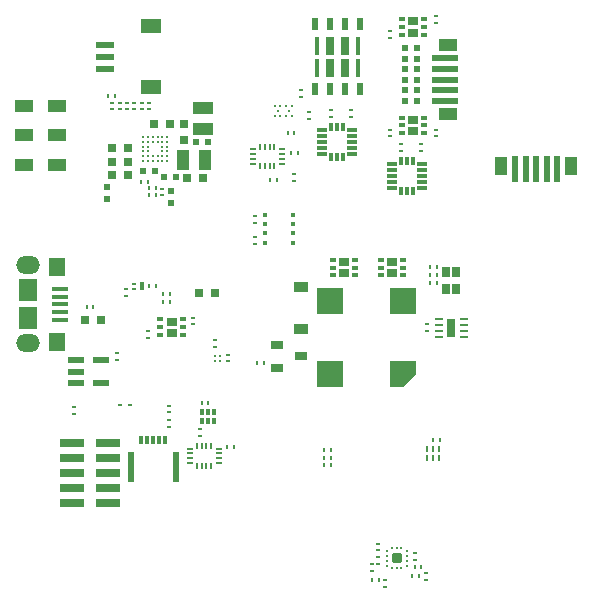
<source format=gbp>
G04*
G04 #@! TF.GenerationSoftware,Altium Limited,Altium Designer,23.1.1 (15)*
G04*
G04 Layer_Color=128*
%FSLAX25Y25*%
%MOIN*%
G70*
G04*
G04 #@! TF.SameCoordinates,57D325FE-50AA-4423-B3C5-F19BAF70027F*
G04*
G04*
G04 #@! TF.FilePolarity,Positive*
G04*
G01*
G75*
G04:AMPARAMS|DCode=23|XSize=33.47mil|YSize=33.47mil|CornerRadius=4.18mil|HoleSize=0mil|Usage=FLASHONLY|Rotation=180.000|XOffset=0mil|YOffset=0mil|HoleType=Round|Shape=RoundedRectangle|*
%AMROUNDEDRECTD23*
21,1,0.03347,0.02510,0,0,180.0*
21,1,0.02510,0.03347,0,0,180.0*
1,1,0.00837,-0.01255,0.01255*
1,1,0.00837,0.01255,0.01255*
1,1,0.00837,0.01255,-0.01255*
1,1,0.00837,-0.01255,-0.01255*
%
%ADD23ROUNDEDRECTD23*%
%ADD24O,0.00984X0.00906*%
%ADD25O,0.00906X0.00984*%
%ADD29R,0.01181X0.01063*%
%ADD31R,0.01063X0.01181*%
%ADD32R,0.02362X0.01968*%
%ADD34R,0.02953X0.03150*%
%ADD36R,0.03150X0.02953*%
%ADD158C,0.00984*%
%ADD166R,0.08661X0.08661*%
%ADD167R,0.01417X0.00984*%
%ADD168R,0.04800X0.03600*%
%ADD169R,0.06102X0.02362*%
%ADD170R,0.01181X0.03150*%
%ADD171R,0.05315X0.01575*%
%ADD172R,0.05512X0.06299*%
%ADD173R,0.06102X0.07480*%
%ADD174R,0.03937X0.07087*%
%ADD175R,0.07087X0.03937*%
%ADD176R,0.02559X0.03347*%
%ADD177R,0.06221X0.04173*%
%ADD178R,0.08583X0.02362*%
%ADD179R,0.04173X0.06221*%
%ADD180R,0.02362X0.08583*%
%ADD181R,0.07992X0.02992*%
%ADD182R,0.02165X0.01654*%
%ADD183R,0.03622X0.02795*%
%ADD184R,0.04000X0.03000*%
%ADD185R,0.01575X0.00984*%
%ADD186R,0.01575X0.02756*%
%ADD187R,0.02362X0.02165*%
%ADD188R,0.02165X0.02362*%
%ADD189R,0.06299X0.03937*%
%ADD191R,0.00984X0.02067*%
%ADD192R,0.03642X0.01181*%
%ADD193R,0.01575X0.01575*%
%ADD194R,0.02559X0.00984*%
%ADD195R,0.02953X0.05906*%
%ADD196C,0.00827*%
%ADD199R,0.05709X0.02165*%
%ADD200R,0.05709X0.02165*%
%ADD201R,0.01181X0.02047*%
%ADD202R,0.01181X0.01929*%
%ADD203R,0.01968X0.04331*%
%ADD204C,0.00925*%
%ADD205R,0.02362X0.10236*%
%ADD206R,0.07087X0.04724*%
%ADD207R,0.02756X0.05906*%
%ADD208R,0.01378X0.05906*%
%ADD263O,0.07874X0.05906*%
%ADD264O,0.00709X0.02402*%
%ADD265O,0.02402X0.00709*%
G36*
X135039Y76378D02*
X130709Y72047D01*
X126378D01*
Y80709D01*
X135039D01*
Y76378D01*
D02*
G37*
G36*
Y96457D02*
X126378D01*
Y105118D01*
X135039D01*
Y96457D01*
D02*
G37*
D23*
X128626Y14887D02*
D03*
D24*
X127051Y11561D02*
D03*
X128626D02*
D03*
X130201D02*
D03*
Y18214D02*
D03*
X128626D02*
D03*
X127051D02*
D03*
D25*
X131953Y12230D02*
D03*
Y14002D02*
D03*
Y15774D02*
D03*
Y17545D02*
D03*
X125300Y12230D02*
D03*
X125300Y14002D02*
D03*
X125300Y15774D02*
D03*
Y17545D02*
D03*
D29*
X35500Y81075D02*
D03*
Y83319D02*
D03*
X122426Y15409D02*
D03*
Y13165D02*
D03*
Y19809D02*
D03*
X130100Y152922D02*
D03*
Y150678D02*
D03*
X136600Y152922D02*
D03*
Y150678D02*
D03*
X106800Y164422D02*
D03*
Y162178D02*
D03*
X113300Y164422D02*
D03*
Y162178D02*
D03*
X81496Y129075D02*
D03*
X81496Y126831D02*
D03*
Y121988D02*
D03*
X81496Y119744D02*
D03*
X138800Y93022D02*
D03*
Y90778D02*
D03*
X52700Y61122D02*
D03*
Y58878D02*
D03*
Y65822D02*
D03*
Y63578D02*
D03*
X96600Y171022D02*
D03*
Y168778D02*
D03*
X120326Y10866D02*
D03*
Y13110D02*
D03*
X138239Y7666D02*
D03*
X138239Y9910D02*
D03*
X124826Y5366D02*
D03*
X124826Y7610D02*
D03*
X134626Y14365D02*
D03*
Y16609D02*
D03*
X50513Y135940D02*
D03*
Y138184D02*
D03*
X33700Y166822D02*
D03*
Y164578D02*
D03*
X41213Y166806D02*
D03*
Y164562D02*
D03*
X43613Y164562D02*
D03*
Y166806D02*
D03*
X46013Y166806D02*
D03*
Y164562D02*
D03*
X38813Y164562D02*
D03*
Y166806D02*
D03*
X36413Y164562D02*
D03*
Y166806D02*
D03*
X99400Y163734D02*
D03*
X21100Y65322D02*
D03*
Y63078D02*
D03*
X63100Y55678D02*
D03*
Y57922D02*
D03*
X141779Y195731D02*
D03*
Y193487D02*
D03*
X126300Y188378D02*
D03*
Y190622D02*
D03*
X141779Y155619D02*
D03*
Y157863D02*
D03*
X126339Y155619D02*
D03*
Y157863D02*
D03*
X60820Y95181D02*
D03*
Y92937D02*
D03*
X45880Y90563D02*
D03*
Y88319D02*
D03*
X38400Y104722D02*
D03*
Y102478D02*
D03*
X68012Y87736D02*
D03*
Y85492D02*
D03*
X94468Y140847D02*
D03*
X99400Y161491D02*
D03*
X94468Y143090D02*
D03*
X72244Y82815D02*
D03*
X122426Y17565D02*
D03*
X72244Y80571D02*
D03*
D31*
X143001Y54297D02*
D03*
X140757Y54297D02*
D03*
X122648Y7587D02*
D03*
X120404D02*
D03*
X133817Y9003D02*
D03*
X136061D02*
D03*
X136848Y12187D02*
D03*
X134604D02*
D03*
X95622Y150100D02*
D03*
X93378D02*
D03*
X25278Y98600D02*
D03*
X27522D02*
D03*
X92278Y156600D02*
D03*
X94522D02*
D03*
X72078Y52200D02*
D03*
X74322D02*
D03*
X65822Y66600D02*
D03*
X63578D02*
D03*
X104378Y46000D02*
D03*
X106622D02*
D03*
X104378Y48500D02*
D03*
X106622D02*
D03*
X104378Y51000D02*
D03*
X106622D02*
D03*
X139678Y111988D02*
D03*
X141922D02*
D03*
X139678Y109288D02*
D03*
X141922D02*
D03*
X139678Y106588D02*
D03*
X141922D02*
D03*
X84222Y80100D02*
D03*
X81978D02*
D03*
X50878Y103000D02*
D03*
X53122Y103000D02*
D03*
X50878Y100500D02*
D03*
X53122D02*
D03*
X32478Y169000D02*
D03*
X34722D02*
D03*
X45991Y138362D02*
D03*
X48235D02*
D03*
X45991Y135962D02*
D03*
X48235D02*
D03*
X43378Y140500D02*
D03*
X45622D02*
D03*
X48422Y105700D02*
D03*
X46178D02*
D03*
X88622Y141100D02*
D03*
X86378D02*
D03*
D32*
X55120Y142148D02*
D03*
X51183D02*
D03*
X48034Y144098D02*
D03*
X44097D02*
D03*
D34*
X24643Y94400D02*
D03*
X29957D02*
D03*
X62843Y103500D02*
D03*
X68158D02*
D03*
X58664Y141558D02*
D03*
X63979D02*
D03*
X53070Y159862D02*
D03*
X47755D02*
D03*
X33855Y151662D02*
D03*
X39170D02*
D03*
X33855Y147162D02*
D03*
X39170D02*
D03*
X33855Y142662D02*
D03*
X39170D02*
D03*
D36*
X57713Y159620D02*
D03*
Y154305D02*
D03*
D158*
X87906Y162266D02*
D03*
X89874D02*
D03*
X91843D02*
D03*
X93811D02*
D03*
X88890Y163979D02*
D03*
X92827D02*
D03*
X87906Y165691D02*
D03*
X89874D02*
D03*
X91843D02*
D03*
X93811D02*
D03*
D166*
X106299Y76378D02*
D03*
X106299Y100787D02*
D03*
D167*
X39753Y65900D02*
D03*
X36446D02*
D03*
D168*
X96850Y91425D02*
D03*
Y105425D02*
D03*
D169*
X31496Y186055D02*
D03*
Y182118D02*
D03*
Y178181D02*
D03*
D170*
X49449Y54331D02*
D03*
X45512D02*
D03*
X134069Y137280D02*
D03*
X132100D02*
D03*
X130131D02*
D03*
Y147320D02*
D03*
X134069D02*
D03*
X110768Y148780D02*
D03*
X108800D02*
D03*
X106832D02*
D03*
Y158820D02*
D03*
X110768D02*
D03*
X43543Y54331D02*
D03*
X51417D02*
D03*
X47480D02*
D03*
X132100Y147320D02*
D03*
X108800Y158820D02*
D03*
D171*
X16240Y94488D02*
D03*
Y97047D02*
D03*
Y99606D02*
D03*
Y104724D02*
D03*
Y102165D02*
D03*
D172*
X15354Y87008D02*
D03*
Y112205D02*
D03*
D173*
X5709Y104331D02*
D03*
Y94882D02*
D03*
D174*
X57497Y147777D02*
D03*
X64583D02*
D03*
D175*
X64013Y157928D02*
D03*
Y165015D02*
D03*
D176*
X148524Y110335D02*
D03*
X145177D02*
D03*
Y104626D02*
D03*
X148524D02*
D03*
D177*
X145834Y186134D02*
D03*
Y162906D02*
D03*
D178*
X144653Y181606D02*
D03*
Y178063D02*
D03*
Y174520D02*
D03*
Y170976D02*
D03*
Y167433D02*
D03*
D179*
X186713Y145866D02*
D03*
X163484D02*
D03*
D180*
X168012Y144685D02*
D03*
X171555D02*
D03*
X175098D02*
D03*
X178642D02*
D03*
X182185D02*
D03*
D181*
X20374Y33228D02*
D03*
X32382D02*
D03*
X20374Y38228D02*
D03*
X32382D02*
D03*
X20374Y43228D02*
D03*
Y53228D02*
D03*
X32382D02*
D03*
Y48228D02*
D03*
Y43228D02*
D03*
X20374Y48228D02*
D03*
D182*
X130339Y189491D02*
D03*
Y192050D02*
D03*
Y194609D02*
D03*
X137779D02*
D03*
Y192050D02*
D03*
Y189491D02*
D03*
X130339Y156741D02*
D03*
Y159300D02*
D03*
Y161859D02*
D03*
X137779D02*
D03*
Y159300D02*
D03*
Y156741D02*
D03*
X57320Y94559D02*
D03*
Y92000D02*
D03*
Y89441D02*
D03*
X49880D02*
D03*
Y92000D02*
D03*
Y94559D02*
D03*
X130787Y114370D02*
D03*
Y111811D02*
D03*
Y109252D02*
D03*
X123346D02*
D03*
Y111811D02*
D03*
Y114370D02*
D03*
X114842D02*
D03*
Y111811D02*
D03*
Y109252D02*
D03*
X107402D02*
D03*
Y111811D02*
D03*
Y114370D02*
D03*
D183*
X134059Y193921D02*
D03*
Y190180D02*
D03*
Y161170D02*
D03*
Y157430D02*
D03*
X53600Y90130D02*
D03*
Y93870D02*
D03*
X127067Y109941D02*
D03*
Y113681D02*
D03*
X111122Y109941D02*
D03*
Y113681D02*
D03*
D184*
X88600Y78500D02*
D03*
Y85980D02*
D03*
X96868Y82240D02*
D03*
D185*
X41022Y104714D02*
D03*
Y106486D02*
D03*
D186*
X43778Y105600D02*
D03*
D187*
X131532Y174500D02*
D03*
X135469D02*
D03*
X131532Y181500D02*
D03*
X135469D02*
D03*
X131532Y171000D02*
D03*
X135469D02*
D03*
X131532Y178000D02*
D03*
X135469D02*
D03*
X131532Y185000D02*
D03*
X135469D02*
D03*
X131532Y167500D02*
D03*
X135469D02*
D03*
X61831Y153800D02*
D03*
X65768D02*
D03*
D188*
X32100Y134632D02*
D03*
Y138568D02*
D03*
X53400Y137469D02*
D03*
Y133531D02*
D03*
D189*
X4232Y155984D02*
D03*
Y165827D02*
D03*
X15256Y146142D02*
D03*
Y155984D02*
D03*
Y165827D02*
D03*
X4232Y146142D02*
D03*
D191*
X142747Y48527D02*
D03*
X140779D02*
D03*
X138810D02*
D03*
X138810Y51381D02*
D03*
X140779D02*
D03*
X142747D02*
D03*
D192*
X137169Y146237D02*
D03*
Y140331D02*
D03*
X127031Y138363D02*
D03*
Y142300D02*
D03*
Y144269D02*
D03*
Y146237D02*
D03*
X113869Y157737D02*
D03*
Y151831D02*
D03*
X103731Y149863D02*
D03*
Y153800D02*
D03*
Y155769D02*
D03*
Y157737D02*
D03*
X137169Y144269D02*
D03*
Y142300D02*
D03*
Y138363D02*
D03*
X127031Y140331D02*
D03*
X103731Y151831D02*
D03*
X113869Y149863D02*
D03*
Y153800D02*
D03*
Y155769D02*
D03*
D193*
X94095Y120079D02*
D03*
Y123228D02*
D03*
Y126378D02*
D03*
Y129528D02*
D03*
X84646D02*
D03*
Y126378D02*
D03*
Y123228D02*
D03*
Y120079D02*
D03*
D194*
X142618Y88779D02*
D03*
Y90748D02*
D03*
Y92716D02*
D03*
Y94685D02*
D03*
X151083D02*
D03*
Y92716D02*
D03*
Y90748D02*
D03*
Y88779D02*
D03*
D195*
X146850Y91732D02*
D03*
D196*
X52050Y155299D02*
D03*
X50475D02*
D03*
X48900D02*
D03*
X47325D02*
D03*
X45750D02*
D03*
X44176D02*
D03*
X52050Y153724D02*
D03*
X50475D02*
D03*
X48900D02*
D03*
X47325D02*
D03*
X45750D02*
D03*
X44176D02*
D03*
X52050Y152150D02*
D03*
X50475D02*
D03*
X45750D02*
D03*
X44176D02*
D03*
X52050Y150575D02*
D03*
X50475D02*
D03*
X45750D02*
D03*
X44176D02*
D03*
X52050Y149000D02*
D03*
X50475D02*
D03*
X48900D02*
D03*
X47325D02*
D03*
X45750D02*
D03*
X44176D02*
D03*
X52050Y147425D02*
D03*
X50475D02*
D03*
X48900D02*
D03*
X47325D02*
D03*
X45750D02*
D03*
X44176D02*
D03*
D199*
X21668Y73460D02*
D03*
D200*
X21668Y77200D02*
D03*
Y80940D02*
D03*
X30132D02*
D03*
Y73460D02*
D03*
D201*
X63832Y63796D02*
D03*
D202*
X65800Y63776D02*
D03*
X67769D02*
D03*
Y60824D02*
D03*
X65800D02*
D03*
X63832D02*
D03*
D203*
X101299Y192927D02*
D03*
X111299D02*
D03*
Y171273D02*
D03*
X106299D02*
D03*
X101299D02*
D03*
X106299Y192927D02*
D03*
X116299D02*
D03*
Y171273D02*
D03*
D204*
X68110Y80709D02*
D03*
Y82284D02*
D03*
X69685D02*
D03*
Y80709D02*
D03*
D205*
X54961Y45276D02*
D03*
X40000D02*
D03*
D206*
X46752Y171882D02*
D03*
Y192354D02*
D03*
D207*
X111299Y185840D02*
D03*
Y178359D02*
D03*
X106299Y185840D02*
D03*
Y178359D02*
D03*
D208*
X101988Y185840D02*
D03*
Y178359D02*
D03*
X115610D02*
D03*
Y185840D02*
D03*
D263*
X5709Y86614D02*
D03*
Y112598D02*
D03*
D264*
X66762Y45852D02*
D03*
X65187D02*
D03*
X63613D02*
D03*
X62038D02*
D03*
X63613Y52348D02*
D03*
X65187D02*
D03*
X66762D02*
D03*
X87862Y145652D02*
D03*
X84713D02*
D03*
X83138Y145652D02*
D03*
Y152148D02*
D03*
X86287D02*
D03*
X87862D02*
D03*
X86287Y145652D02*
D03*
X62038Y52348D02*
D03*
X84713Y152148D02*
D03*
D265*
X59577Y46738D02*
D03*
Y48313D02*
D03*
Y49887D02*
D03*
Y51462D02*
D03*
X69223Y49887D02*
D03*
Y48313D02*
D03*
Y46738D02*
D03*
X80677Y146538D02*
D03*
Y148113D02*
D03*
Y149687D02*
D03*
Y151262D02*
D03*
X90323D02*
D03*
Y149687D02*
D03*
Y148113D02*
D03*
Y146538D02*
D03*
X69223Y51462D02*
D03*
M02*

</source>
